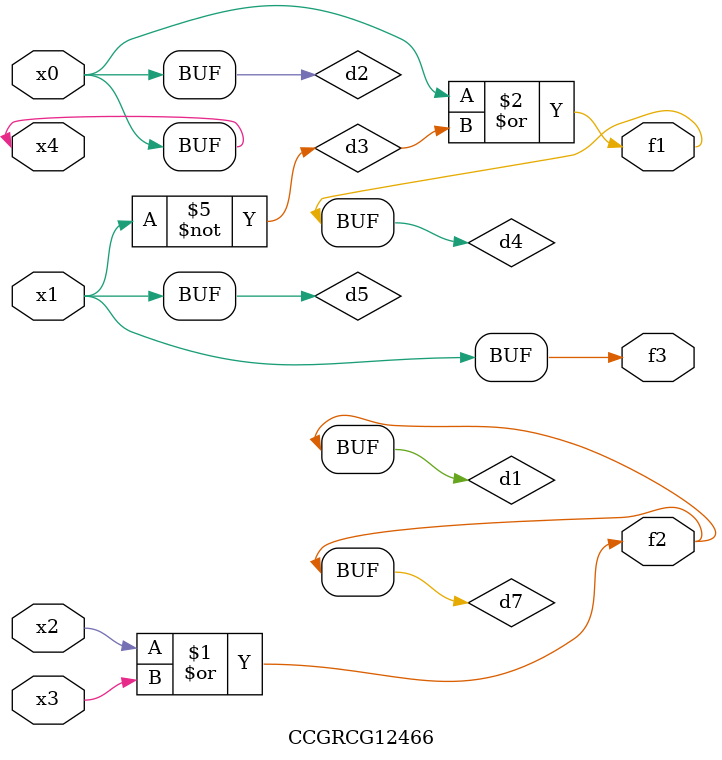
<source format=v>
module CCGRCG12466(
	input x0, x1, x2, x3, x4,
	output f1, f2, f3
);

	wire d1, d2, d3, d4, d5, d6, d7;

	or (d1, x2, x3);
	buf (d2, x0, x4);
	not (d3, x1);
	or (d4, d2, d3);
	not (d5, d3);
	nand (d6, d1, d3);
	or (d7, d1);
	assign f1 = d4;
	assign f2 = d7;
	assign f3 = d5;
endmodule

</source>
